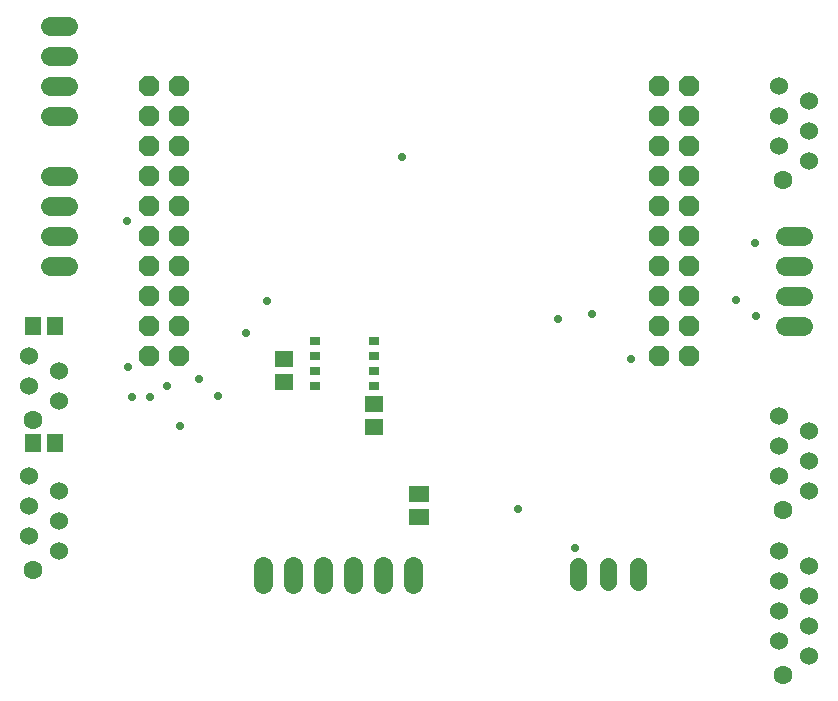
<source format=gbs>
G75*
%MOIN*%
%OFA0B0*%
%FSLAX24Y24*%
%IPPOS*%
%LPD*%
%AMOC8*
5,1,8,0,0,1.08239X$1,22.5*
%
%ADD10OC8,0.0670*%
%ADD11R,0.0340X0.0260*%
%ADD12R,0.0631X0.0552*%
%ADD13C,0.0640*%
%ADD14C,0.0580*%
%ADD15R,0.0670X0.0552*%
%ADD16C,0.0600*%
%ADD17C,0.0631*%
%ADD18R,0.0552X0.0631*%
%ADD19C,0.0276*%
D10*
X005680Y012816D03*
X006680Y012816D03*
X006680Y013816D03*
X006680Y014816D03*
X005680Y014816D03*
X005680Y013816D03*
X005680Y015816D03*
X006680Y015816D03*
X006680Y016816D03*
X006680Y017816D03*
X005680Y017816D03*
X005680Y016816D03*
X005680Y018816D03*
X006680Y018816D03*
X006680Y019816D03*
X005680Y019816D03*
X005680Y020816D03*
X005680Y021816D03*
X006680Y021816D03*
X006680Y020816D03*
X022680Y020816D03*
X022680Y021816D03*
X023680Y021816D03*
X023680Y020816D03*
X023680Y019816D03*
X022680Y019816D03*
X022680Y018816D03*
X023680Y018816D03*
X023680Y017816D03*
X022680Y017816D03*
X022680Y016816D03*
X023680Y016816D03*
X023680Y015816D03*
X022680Y015816D03*
X022680Y014816D03*
X023680Y014816D03*
X023680Y013816D03*
X022680Y013816D03*
X022680Y012816D03*
X023680Y012816D03*
D11*
X013180Y012816D03*
X013180Y013316D03*
X013180Y012316D03*
X013180Y011816D03*
X011225Y011816D03*
X011225Y012316D03*
X011225Y012816D03*
X011225Y013316D03*
D12*
X010180Y012690D03*
X010180Y011942D03*
X013180Y011190D03*
X013180Y010442D03*
D13*
X013491Y005793D02*
X013491Y005193D01*
X012491Y005193D02*
X012491Y005793D01*
X011491Y005793D02*
X011491Y005193D01*
X010491Y005193D02*
X010491Y005793D01*
X009491Y005793D02*
X009491Y005193D01*
X014491Y005193D02*
X014491Y005793D01*
X002980Y015816D02*
X002380Y015816D01*
X002380Y016816D02*
X002980Y016816D01*
X002980Y017816D02*
X002380Y017816D01*
X002380Y018816D02*
X002980Y018816D01*
X002980Y020816D02*
X002380Y020816D01*
X002380Y021816D02*
X002980Y021816D01*
X002980Y022816D02*
X002380Y022816D01*
X002380Y023816D02*
X002980Y023816D01*
X026880Y016816D02*
X027480Y016816D01*
X027480Y015816D02*
X026880Y015816D01*
X026880Y014816D02*
X027480Y014816D01*
X027480Y013816D02*
X026880Y013816D01*
D14*
X021967Y005814D02*
X021967Y005274D01*
X020967Y005274D02*
X020967Y005814D01*
X019967Y005814D02*
X019967Y005274D01*
D15*
X014680Y007442D03*
X014680Y008190D03*
D16*
X026680Y008816D03*
X026680Y009816D03*
X026680Y010816D03*
X027680Y010316D03*
X027680Y009316D03*
X027680Y008316D03*
X026680Y006316D03*
X026680Y005316D03*
X026680Y004316D03*
X026680Y003316D03*
X027680Y003816D03*
X027680Y004816D03*
X027680Y005816D03*
X027680Y002816D03*
X027680Y019316D03*
X027680Y020316D03*
X027680Y021316D03*
X026680Y021816D03*
X026680Y020816D03*
X026680Y019816D03*
X002680Y012316D03*
X002680Y011316D03*
X001680Y011816D03*
X001680Y012816D03*
X001680Y008816D03*
X001680Y007816D03*
X001680Y006816D03*
X002680Y007316D03*
X002680Y008316D03*
X002680Y006316D03*
D17*
X001824Y005678D03*
X001824Y010678D03*
X026824Y007678D03*
X026824Y002178D03*
X026824Y018678D03*
D18*
X002554Y013816D03*
X001806Y013816D03*
X001806Y009922D03*
X002554Y009922D03*
D19*
X005101Y011446D03*
X005731Y011446D03*
X006282Y011800D03*
X007345Y012036D03*
X007975Y011485D03*
X006715Y010461D03*
X004983Y012430D03*
X008920Y013572D03*
X009629Y014635D03*
X004944Y017312D03*
X014117Y019438D03*
X019314Y014044D03*
X020456Y014201D03*
X021755Y012705D03*
X025259Y014674D03*
X025928Y014123D03*
X025889Y016564D03*
X017975Y007705D03*
X019865Y006406D03*
M02*

</source>
